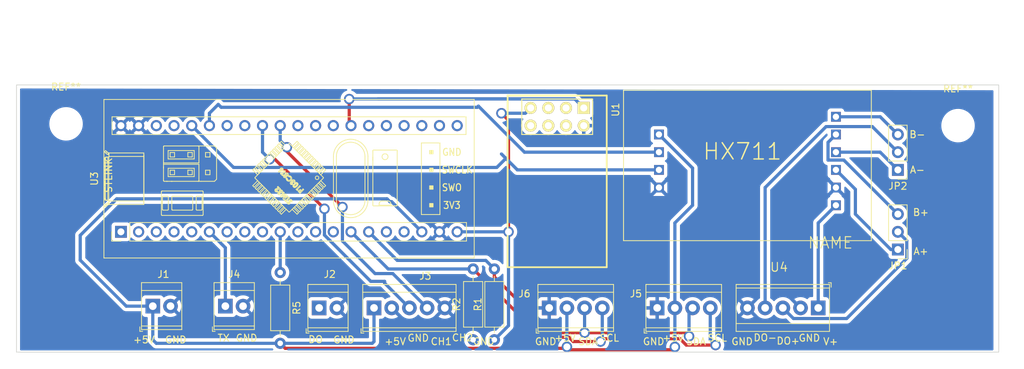
<source format=kicad_pcb>
(kicad_pcb (version 20221018) (generator pcbnew)
  (layers (0 "F.Cu" signal) (31 "B.Cu" signal) (34 "B.Paste" user) (35 "F.Paste" user) (36 "B.SilkS" user "B.Silkscreen") (37 "F.SilkS" user "F.Silkscreen") (38 "B.Mask" user) (39 "F.Mask" user) (44 "Edge.Cuts" user))
  (net 0 "")
  (net 1 "+5V")
  (net 2 "DO_LS")
  (net 3 "CH1_EC")
  (net 4 "CH2-_EC")
  (net 5 "SDA1")
  (net 6 "SCL1")
  (net 7 "V+_LC")
  (net 8 "DO+_LC")
  (net 9 "DO-_LC")
  (net 10 "A+")
  (net 11 "A-")
  (net 12 "USART1_TX")
  (net 26 "USART3_RX")
  (net 28 "USART3_TX")
  (net 30 "DO_Encoder")
  (net 43 "USART2_TX")
  (net 44 "USART2_RX")
  (net 45 "B-")
  (net 46 "B+")
  (net 47 "+3.3V")
  (net 48 "GND")
  (footprint "Connector_PinHeader_2.54mm:PinHeader_1x03_P2.54mm_Vertical" (layer "F.Cu") (at 195.58 91.44 180)
    (fp_text reference "JP1" (at 0 -2.33) (layer "F.SilkS"))
    (fp_text value "Jumper_Mode_1")
    (pad "1" thru_hole rect (at 0 0 180) (size 1.7 1.7) (drill 1) (layers "*.Cu" "*.Mask") (net 10 "A+"))
    (pad "2" thru_hole oval (at 0 2.54 180) (size 1.7 1.7) (drill 1) (layers "*.Cu" "*.Mask") (net 8 "DO+_LC"))
    (pad "3" thru_hole oval (at 0 5.08 180) (size 1.7 1.7) (drill 1) (layers "*.Cu" "*.Mask") (net 46 "B+"))
  )
  (footprint "ESP8266:ESP-01" (layer "F.Cu") (at 150.495 71.12 -90)
    (fp_text reference "U1" (at 0.254 -4.572 90) (layer "F.SilkS"))
    (fp_text value "ESP-01v090")
    (pad "1" thru_hole rect (at 0 0 270) (size 1.7272 1.7272) (drill 1.016) (layers "*.Cu" "*.Mask" "F.SilkS") (net 43 "USART2_TX"))
    (pad "2" thru_hole oval (at 2.54 0 270) (size 1.7272 1.7272) (drill 1.016) (layers "*.Cu" "*.Mask" "F.SilkS") (net 48 "GND"))
    (pad "3" thru_hole oval (at 0 2.54 270) (size 1.7272 1.7272) (drill 1.016) (layers "*.Cu" "*.Mask" "F.SilkS"))
    (pad "4" thru_hole oval (at 2.54 2.54 270) (size 1.7272 1.7272) (drill 1.016) (layers "*.Cu" "*.Mask" "F.SilkS"))
    (pad "5" thru_hole oval (at 0 5.08 270) (size 1.7272 1.7272) (drill 1.016) (layers "*.Cu" "*.Mask" "F.SilkS"))
    (pad "6" thru_hole oval (at 2.54 5.08 270) (size 1.7272 1.7272) (drill 1.016) (layers "*.Cu" "*.Mask" "F.SilkS"))
    (pad "7" thru_hole oval (at 0 7.62 270) (size 1.7272 1.7272) (drill 1.016) (layers "*.Cu" "*.Mask" "F.SilkS") (net 47 "+3.3V"))
    (pad "8" thru_hole oval (at 2.54 7.62 270) (size 1.7272 1.7272) (drill 1.016) (layers "*.Cu" "*.Mask" "F.SilkS") (net 44 "USART2_RX"))
  )
  (footprint "Footprints:YAAJ_BluePill_1" (layer "F.Cu") (at 84.074 88.9 90)
    (fp_text reference "U3" (at 7.62 -3.81 90) (layer "F.SilkS"))
    (fp_text value "YAAJ_BluePill_Part_Like" hide)
    (fp_text user "3V3" (at 3.81 47.498 unlocked) (layer "F.SilkS") (effects (font (size 1 0.9))))
    (fp_text user "GND" (at 11.43 47.498 unlocked) (layer "F.SilkS") (effects (font (size 1 0.9))))
    (fp_text user "SWO" (at 6.35 47.498 unlocked) (layer "F.SilkS") (effects (font (size 1 0.9))))
    (fp_text user "SWCLK" (at 8.89 48.26 unlocked) (layer "F.SilkS") (effects (font (size 1 0.9))))
    (pad "1" thru_hole rect (at 0 0 90) (size 1.7 1.7) (drill 1) (layers "*.Cu" "*.Mask"))
    (pad "2" thru_hole circle (at 0 2.54 90) (size 1.6 1.6) (drill 1) (layers "*.Cu" "*.Mask"))
    (pad "3" thru_hole circle (at 0 5.08 90) (size 1.6 1.6) (drill 1) (layers "*.Cu" "*.Mask"))
    (pad "4" thru_hole circle (at 0 7.62 90) (size 1.6 1.6) (drill 1) (layers "*.Cu" "*.Mask"))
    (pad "5" thru_hole circle (at 0 10.16 90) (size 1.6 1.6) (drill 1) (layers "*.Cu" "*.Mask"))
    (pad "6" thru_hole circle (at 0 12.7 90) (size 1.6 1.6) (drill 1) (layers "*.Cu" "*.Mask") (net 12 "USART1_TX"))
    (pad "7" thru_hole circle (at 0 15.24 90) (size 1.6 1.6) (drill 1) (layers "*.Cu" "*.Mask"))
    (pad "8" thru_hole circle (at 0 17.78 90) (size 1.6 1.6) (drill 1) (layers "*.Cu" "*.Mask"))
    (pad "9" thru_hole circle (at 0 20.32 90) (size 1.6 1.6) (drill 1) (layers "*.Cu" "*.Mask"))
    (pad "10" thru_hole circle (at 0 22.86 90) (size 1.6 1.6) (drill 1) (layers "*.Cu" "*.Mask") (net 2 "DO_LS"))
    (pad "11" thru_hole circle (at 0 25.4 90) (size 1.6 1.6) (drill 1) (layers "*.Cu" "*.Mask"))
    (pad "12" thru_hole circle (at 0 27.94 90) (size 1.6 1.6) (drill 1) (layers "*.Cu" "*.Mask"))
    (pad "13" thru_hole circle (at 0 30.48 90) (size 1.6 1.6) (drill 1) (layers "*.Cu" "*.Mask"))
    (pad "14" thru_hole circle (at 0 33.02 90) (size 1.6 1.6) (drill 1) (layers "*.Cu" "*.Mask") (net 6 "SCL1"))
    (pad "15" thru_hole circle (at 0 35.56 90) (size 1.6 1.6) (drill 1) (layers "*.Cu" "*.Mask") (net 5 "SDA1"))
    (pad "16" thru_hole circle (at 0 38.1 90) (size 1.6 1.6) (drill 1) (layers "*.Cu" "*.Mask"))
    (pad "17" thru_hole circle (at 0 40.64 90) (size 1.6 1.6) (drill 1) (layers "*.Cu" "*.Mask"))
    (pad "18" thru_hole circle (at 0 43.18 90) (size 1.6 1.6) (drill 1) (layers "*.Cu" "*.Mask") (net 1 "+5V"))
    (pad "19" thru_hole circle (at 0 45.72 90) (size 1.6 1.6) (drill 1) (layers "*.Cu" "*.Mask") (net 48 "GND"))
    (pad "20" thru_hole circle (at 0 48.26 90) (size 1.6 1.6) (drill 1) (layers "*.Cu" "*.Mask") (net 47 "+3.3V"))
    (pad "21" thru_hole circle (at 15.24 48.26 90) (size 1.6 1.6) (drill 1) (layers "*.Cu" "*.Mask"))
    (pad "22" thru_hole circle (at 15.24 45.72 90) (size 1.6 1.6) (drill 1) (layers "*.Cu" "*.Mask"))
    (pad "23" thru_hole circle (at 15.24 43.18 90) (size 1.6 1.6) (drill 1) (layers "*.Cu" "*.Mask"))
    (pad "24" thru_hole circle (at 15.24 40.64 90) (size 1.6 1.6) (drill 1) (layers "*.Cu" "*.Mask"))
    (pad "25" thru_hole circle (at 15.24 38.1 90) (size 1.6 1.6) (drill 1) (layers "*.Cu" "*.Mask"))
    (pad "26" thru_hole circle (at 15.24 35.56 90) (size 1.6 1.6) (drill 1) (layers "*.Cu" "*.Mask"))
    (pad "27" thru_hole circle (at 15.24 33.02 90) (size 1.6 1.6) (drill 1) (layers "*.Cu" "*.Mask") (net 43 "USART2_TX"))
    (pad "28" thru_hole circle (at 15.24 30.48 90) (size 1.6 1.6) (drill 1) (layers "*.Cu" "*.Mask") (net 44 "USART2_RX"))
    (pad "29" thru_hole circle (at 15.24 27.94 90) (size 1.6 1.6) (drill 1) (layers "*.Cu" "*.Mask"))
    (pad "30" thru_hole circle (at 15.24 25.4 90) (size 1.6 1.6) (drill 1) (layers "*.Cu" "*.Mask"))
    (pad "31" thru_hole circle (at 15.24 22.86 90) (size 1.6 1.6) (drill 1) (layers "*.Cu" "*.Mask") (net 3 "CH1_EC"))
    (pad "32" thru_hole circle (at 15.24 20.32 90) (size 1.6 1.6) (drill 1) (layers "*.Cu" "*.Mask") (net 4 "CH2-_EC"))
    (pad "33" thru_hole circle (at 15.24 17.78 90) (size 1.6 1.6) (drill 1) (layers "*.Cu" "*.Mask") (net 30 "DO_Encoder"))
    (pad "34" thru_hole circle (at 15.24 15.24 90) (size 1.6 1.6) (drill 1) (layers "*.Cu" "*.Mask"))
    (pad "35" thru_hole circle (at 15.24 12.7 90) (size 1.6 1.6) (drill 1) (layers "*.Cu" "*.Mask") (net 28 "USART3_TX"))
    (pad "36" thru_hole circle (at 15.24 10.16 90) (size 1.6 1.6) (drill 1) (layers "*.Cu" "*.Mask") (net 26 "USART3_RX"))
    (pad "37" thru_hole circle (at 15.24 7.62 90) (size 1.6 1.6) (drill 1) (layers "*.Cu" "*.Mask"))
    (pad "38" thru_hole circle (at 15.24 5.08 90) (size 1.6 1.6) (drill 1) (layers "*.Cu" "*.Mask") (net 47 "+3.3V"))
    (pad "39" thru_hole circle (at 15.24 2.54 90) (size 1.6 1.6) (drill 1) (layers "*.Cu" "*.Mask") (net 48 "GND"))
    (pad "40" thru_hole circle (at 15.24 0 90) (size 1.6 1.6) (drill 1) (layers "*.Cu" "*.Mask") (net 48 "GND"))
  )
  (footprint "Resistor_THT:R_Axial_DIN0207_L6.3mm_D2.5mm_P10.16mm_Horizontal" (layer "F.Cu") (at 134.62 104.394 90)
    (fp_text reference "R2" (at 5.08 -2.37 90) (layer "F.SilkS"))
    (fp_text value "4.7k")
    (pad "1" thru_hole circle (at 0 0 90) (size 1.6 1.6) (drill 0.8) (layers "*.Cu" "*.Mask") (net 47 "+3.3V"))
    (pad "2" thru_hole oval (at 10.16 0 90) (size 1.6 1.6) (drill 0.8) (layers "*.Cu" "*.Mask") (net 6 "SCL1"))
  )
  (footprint "TerminalBlock_TE-Connectivity:TerminalBlock_TE_282834-2_1x02_P2.54mm_Horizontal" (layer "F.Cu") (at 112.522 99.822)
    (fp_text reference "J2" (at 1.524 -4.826) (layer "F.SilkS"))
    (fp_text value "From Limit Switch (LS)")
    (pad "1" thru_hole rect (at 0 0) (size 2.1 2.1) (drill 1.1) (layers "*.Cu" "*.Mask") (net 2 "DO_LS"))
    (pad "2" thru_hole circle (at 2.54 0) (size 2.1 2.1) (drill 1.1) (layers "*.Cu" "*.Mask") (net 48 "GND"))
  )
  (footprint "Connector_PinHeader_2.54mm:PinHeader_1x03_P2.54mm_Vertical" (layer "F.Cu") (at 195.58 80.01 180)
    (fp_text reference "JP2" (at 0 -2.33) (layer "F.SilkS"))
    (fp_text value "Jumper_Mode_2")
    (pad "1" thru_hole rect (at 0 0 180) (size 1.7 1.7) (drill 1) (layers "*.Cu" "*.Mask") (net 11 "A-"))
    (pad "2" thru_hole oval (at 0 2.54 180) (size 1.7 1.7) (drill 1) (layers "*.Cu" "*.Mask") (net 9 "DO-_LC"))
    (pad "3" thru_hole oval (at 0 5.08 180) (size 1.7 1.7) (drill 1) (layers "*.Cu" "*.Mask") (net 45 "B-"))
  )
  (footprint "TerminalBlock_TE-Connectivity:TerminalBlock_TE_282834-4_1x04_P2.54mm_Horizontal" (layer "F.Cu") (at 161.036 99.822)
    (fp_text reference "J5" (at -3.048 -2.032) (layer "F.SilkS"))
    (fp_text value "Screen_Front")
    (pad "1" thru_hole rect (at 0 0) (size 2.1 2.1) (drill 1.1) (layers "*.Cu" "*.Mask") (net 48 "GND"))
    (pad "2" thru_hole circle (at 2.54 0) (size 2.1 2.1) (drill 1.1) (layers "*.Cu" "*.Mask") (net 1 "+5V"))
    (pad "3" thru_hole circle (at 5.08 0) (size 2.1 2.1) (drill 1.1) (layers "*.Cu" "*.Mask") (net 5 "SDA1"))
    (pad "4" thru_hole circle (at 7.62 0) (size 2.1 2.1) (drill 1.1) (layers "*.Cu" "*.Mask") (net 6 "SCL1"))
  )
  (footprint "TerminalBlock_TE-Connectivity:TerminalBlock_TE_282834-4_1x04_P2.54mm_Horizontal" (layer "F.Cu") (at 145.537 99.822)
    (fp_text reference "J6" (at -3.551 -2.032) (layer "F.SilkS"))
    (fp_text value "Screen_Back")
    (pad "1" thru_hole rect (at 0 0) (size 2.1 2.1) (drill 1.1) (layers "*.Cu" "*.Mask") (net 48 "GND"))
    (pad "2" thru_hole circle (at 2.54 0) (size 2.1 2.1) (drill 1.1) (layers "*.Cu" "*.Mask") (net 1 "+5V"))
    (pad "3" thru_hole circle (at 5.08 0) (size 2.1 2.1) (drill 1.1) (layers "*.Cu" "*.Mask") (net 5 "SDA1"))
    (pad "4" thru_hole circle (at 7.62 0) (size 2.1 2.1) (drill 1.1) (layers "*.Cu" "*.Mask") (net 6 "SCL1"))
  )
  (footprint "TerminalBlock_TE-Connectivity:TerminalBlock_TE_282834-2_1x02_P2.54mm_Horizontal" (layer "F.Cu") (at 88.646 99.568)
    (fp_text reference "J1" (at 1.524 -4.572) (layer "F.SilkS"))
    (fp_text value "From Power Source 5V")
    (pad "1" thru_hole rect (at 0 0) (size 2.1 2.1) (drill 1.1) (layers "*.Cu" "*.Mask") (net 1 "+5V"))
    (pad "2" thru_hole circle (at 2.54 0) (size 2.1 2.1) (drill 1.1) (layers "*.Cu" "*.Mask") (net 48 "GND"))
  )
  (footprint "HX711:HX711" (layer "F.Cu") (at 195.58 55.88 180)
    (fp_text reference "U4" (at 17.05175 -38.1) (layer "F.SilkS") (effects (font (size 1.27 1.27))))
    (fp_text value "~" hide)
    (fp_text user "NAME" (at 6.35 -35.56) (layer "F.SilkS") (effects (font (size 1.63576 1.63576) (thickness 0.14224)) (justify right bottom)))
    (fp_text user "HX711" (at 16.51 -22.86) (layer "F.SilkS") (effects (font (size 2.3368 2.3368) (thickness 0.2032)) (justify right bottom)))
    (pad "A+" thru_hole rect (at 8.89 -21.59 180) (size 1.408 1.408) (drill 0.9) (layers "*.Cu" "*.Mask") (net 11 "A-"))
    (pad "A-" thru_hole rect (at 8.89 -24.13 180) (size 1.408 1.408) (drill 0.9) (layers "*.Cu" "*.Mask") (net 10 "A+"))
    (pad "B+" thru_hole rect (at 8.89 -16.51 180) (size 1.408 1.408) (drill 0.9) (layers "*.Cu" "*.Mask") (net 45 "B-"))
    (pad "B-" thru_hole rect (at 8.89 -19.05 180) (size 1.408 1.408) (drill 0.9) (layers "*.Cu" "*.Mask") (net 46 "B+"))
    (pad "DT" thru_hole rect (at 34.29 -24.13 180) (size 1.408 1.408) (drill 0.9) (layers "*.Cu" "*.Mask") (net 26 "USART3_RX"))
    (pad "E+" thru_hole rect (at 8.89 -29.21 180) (size 1.408 1.408) (drill 0.9) (layers "*.Cu" "*.Mask") (net 7 "V+_LC"))
    (pad "E-" thru_hole rect (at 8.89 -26.67 180) (size 1.408 1.408) (drill 0.9) (layers "*.Cu" "*.Mask") (net 48 "GND"))
    (pad "GND" thru_hole rect (at 34.29 -26.67 180) (size 1.408 1.408) (drill 0.9) (layers "*.Cu" "*.Mask") (net 48 "GND"))
    (pad "SCK" thru_hole rect (at 34.29 -21.59 180) (size 1.408 1.408) (drill 0.9) (layers "*.Cu" "*.Mask") (net 28 "USART3_TX"))
    (pad "VCC" thru_hole rect (at 34.29 -19.05 180) (size 1.408 1.408) (drill 0.9) (layers "*.Cu" "*.Mask") (net 1 "+5V"))
  )
  (footprint "TerminalBlock_TE-Connectivity:TerminalBlock_TE_282834-5_1x05_P2.54mm_Horizontal" (layer "F.Cu") (at 120.396 99.822)
    (fp_text reference "J3" (at 7.366 -4.572) (layer "F.SilkS"))
    (fp_text value "From Encoder (EC)")
    (pad "1" thru_hole rect (at 0 0) (size 2.1 2.1) (drill 1.1) (layers "*.Cu" "*.Mask") (net 1 "+5V"))
    (pad "2" thru_hole circle (at 2.54 0) (size 2.1 2.1) (drill 1.1) (layers "*.Cu" "*.Mask") (net 48 "GND"))
    (pad "3" thru_hole circle (at 5.08 0) (size 2.1 2.1) (drill 1.1) (layers "*.Cu" "*.Mask") (net 4 "CH2-_EC"))
    (pad "4" thru_hole circle (at 7.62 0) (size 2.1 2.1) (drill 1.1) (layers "*.Cu" "*.Mask") (net 3 "CH1_EC"))
    (pad "5" thru_hole circle (at 10.16 0) (size 2.1 2.1) (drill 1.1) (layers "*.Cu" "*.Mask") (net 48 "GND"))
  )
  (footprint "MountingHole:MountingHole_4.3mm_M4" (layer "F.Cu") (at 204.216 73.66)
    (fp_text reference "REF**" (at 0 -5.3) (layer "F.SilkS"))
    (fp_text value "MountingHole_4.3mm_M4")
    (pad "" np_thru_hole circle (at 0 0) (size 4.3 4.3) (drill 4.3) (layers "F&B.Cu" "*.Mask"))
  )
  (footprint "Resistor_THT:R_Axial_DIN0207_L6.3mm_D2.5mm_P10.16mm_Horizontal" (layer "F.Cu") (at 137.668 104.394 90)
    (fp_text reference "R1" (at 5.08 -2.37 90) (layer "F.SilkS"))
    (fp_text value "4.7k")
    (pad "1" thru_hole circle (at 0 0 90) (size 1.6 1.6) (drill 0.8) (layers "*.Cu" "*.Mask") (net 47 "+3.3V"))
    (pad "2" thru_hole oval (at 10.16 0 90) (size 1.6 1.6) (drill 0.8) (layers "*.Cu" "*.Mask") (net 5 "SDA1"))
  )
  (footprint "MountingHole:MountingHole_4.3mm_M4" (layer "F.Cu") (at 76.2 73.406)
    (fp_text reference "REF**" (at 0 -5.3) (layer "F.SilkS"))
    (fp_text value "MountingHole_4.3mm_M4")
    (pad "" np_thru_hole circle (at 0 0) (size 4.3 4.3) (drill 4.3) (layers "F&B.Cu" "*.Mask"))
  )
  (footprint "TerminalBlock_TE-Connectivity:TerminalBlock_TE_282834-2_1x02_P2.54mm_Horizontal" (layer "F.Cu") (at 99.06 99.568)
    (fp_text reference "J4" (at 1.27 -4.572) (layer "F.SilkS"))
    (fp_text value "Debug output")
    (pad "1" thru_hole rect (at 0 0) (size 2.1 2.1) (drill 1.1) (layers "*.Cu" "*.Mask") (net 12 "USART1_TX"))
    (pad "2" thru_hole circle (at 2.54 0) (size 2.1 2.1) (drill 1.1) (layers "*.Cu" "*.Mask") (net 48 "GND"))
  )
  (footprint "TerminalBlock_TE-Connectivity:TerminalBlock_TE_282834-5_1x05_P2.54mm_Horizontal" (layer "F.Cu") (at 184.15 99.822 180)
    (fp_text reference "J7" hide)
    (fp_text value "From Load Cell (LC)")
    (pad "1" thru_hole rect (at 0 0 180) (size 2.1 2.1) (drill 1.1) (layers "*.Cu" "*.Mask") (net 7 "V+_LC"))
    (pad "2" thru_hole circle (at 2.54 0 180) (size 2.1 2.1) (drill 1.1) (layers "*.Cu" "*.Mask") (net 48 "GND"))
    (pad "3" thru_hole circle (at 5.08 0 180) (size 2.1 2.1) (drill 1.1) (layers "*.Cu" "*.Mask") (net 8 "DO+_LC"))
    (pad "4" thru_hole circle (at 7.62 0 180) (size 2.1 2.1) (drill 1.1) (layers "*.Cu" "*.Mask") (net 9 "DO-_LC"))
    (pad "5" thru_hole circle (at 10.16 0 180) (size 2.1 2.1) (drill 1.1) (layers "*.Cu" "*.Mask") (net 48 "GND"))
  )
  (footprint "Resistor_THT:R_Axial_DIN0207_L6.3mm_D2.5mm_P10.16mm_Horizontal" (layer "F.Cu") (at 106.934 94.742 -90)
    (fp_text reference "R5" (at 5.08 -2.37 90) (layer "F.SilkS"))
    (fp_text value "5,1k")
    (pad "1" thru_hole circle (at 0 0 270) (size 1.6 1.6) (drill 0.8) (layers "*.Cu" "*.Mask") (net 2 "DO_LS"))
    (pad "2" thru_hole oval (at 10.16 0 270) (size 1.6 1.6) (drill 0.8) (layers "*.Cu" "*.Mask") (net 1 "+5V"))
  )
  (gr_rect (start 69.088 67.818) (end 210.058 106.172) (stroke (width 0.1)) (fill none) (layer "Edge.Cuts"))
  (gr_text "SDA" (at 166.624 104.648) (layer "F.SilkS") (effects (font (size 1 1))))
  (gr_text "DO+\n\n\n" (at 179.832 106.172) (layer "F.SilkS") (effects (font (size 1 1))))
  (gr_text "SCL\n" (at 169.672 104.14) (layer "F.SilkS") (effects (font (size 1 1))))
  (gr_text "GND\n" (at 182.88 104.14) (layer "F.SilkS") (effects (font (size 1 1))))
  (gr_text "+5V\n" (at 87.376 104.394) (layer "F.SilkS") (effects (font (size 1 1))))
  (gr_text "DO\n\n" (at 112.014 105.156) (layer "F.SilkS") (effects (font (size 1 1))))
  (gr_text "GND\n" (at 126.746 104.14) (layer "F.SilkS") (effects (font (size 1 1))))
  (gr_text "GND\n" (at 173.228 104.648) (layer "F.SilkS") (effects (font (size 1 1))))
  (gr_text "+5V\n" (at 147.828 104.14) (layer "F.SilkS") (effects (font (size 1 1))))
  (gr_text "B+" (at 198.882 86.106) (layer "F.SilkS") (effects (font (size 1 1))))
  (gr_text "V+\n" (at 185.928 104.648) (layer "F.SilkS") (effects (font (size 1 1))))
  (gr_text "DO-\n\n" (at 176.53 104.902) (layer "F.SilkS") (effects (font (size 1 1))))
  (gr_text "A+" (at 198.882 91.694) (layer "F.SilkS") (effects (font (size 1 1))))
  (gr_text "CH2\n\n" (at 133.096 104.902) (layer "F.SilkS") (effects (font (size 1 1))))
  (gr_text "TX\n" (at 98.806 104.14) (layer "F.SilkS") (effects (font (size 1 1))))
  (gr_text "GND\n" (at 145.034 104.648) (layer "F.SilkS") (effects (font (size 1 1))))
  (gr_text "GND\n" (at 102.108 104.14) (layer "F.SilkS") (effects (font (size 1 1))))
  (gr_text "GND\n" (at 116.078 104.394) (layer "F.SilkS") (effects (font (size 1 1))))
  (gr_text "+5V\n" (at 163.322 104.14) (layer "F.SilkS") (effects (font (size 1 1))))
  (gr_text "SCL\n" (at 154.178 104.14) (layer "F.SilkS") (effects (font (size 1 1))))
  (gr_text "STLINK" (at 82.296 80.772 90) (layer "F.SilkS") (effects (font (size 1 1))))
  (gr_text "SDA" (at 151.13 104.648) (layer "F.SilkS") (effects (font (size 1 1))))
  (gr_text "GND\n" (at 136.144 104.648) (layer "F.SilkS") (effects (font (size 1 1))))
  (gr_text "+5V\n" (at 123.444 104.648) (layer "F.SilkS") (effects (font (size 1 1))))
  (gr_text "GND\n" (at 160.528 104.648) (layer "F.SilkS") (effects (font (size 1 1))))
  (gr_text "CH1\n" (at 130.048 104.648) (layer "F.SilkS") (effects (font (size 1 1))))
  (gr_text "GND\n" (at 91.948 104.394) (layer "F.SilkS") (effects (font (size 1 1))))
  (gr_text "B-\n" (at 198.374 74.93) (layer "F.SilkS") (effects (font (size 1 1))))
  (gr_text "A-\n" (at 198.374 80.01) (layer "F.SilkS") (effects (font (size 1 1))))
  (segment (start 163.1714 105.8266) (end 148.4986 105.8266) (width 0.4572) (layer "F.Cu") (net 1))
  (segment (start 148.4986 105.8266) (end 148.082 105.41) (width 0.4572) (layer "F.Cu") (net 1))
  (segment (start 107.6546 105.6226) (end 106.934 104.902) (width 0.4572) (layer "F.Cu") (net 1))
  (segment (start 147.8694 105.6226) (end 107.6546 105.6226) (width 0.4572) (layer "F.Cu") (net 1))
  (segment (start 148.082 105.41) (end 147.8694 105.6226) (width 0.4572) (layer "F.Cu") (net 1))
  (segment (start 163.576 105.422) (end 163.1714 105.8266) (width 0.4572) (layer "F.Cu") (net 1))
  (via (at 163.576 105.422) (size 1.5) (drill 1) (layers "F.Cu" "B.Cu") (net 1))
  (via (at 148.082 105.41) (size 1.5) (drill 1) (layers "F.Cu" "B.Cu") (net 1))
  (segment (start 163.576 105.156) (end 163.576 105.422) (width 0.4572) (layer "B.Cu") (net 1))
  (segment (start 106.934 104.902) (end 120.142 104.902) (width 0.4572) (layer "B.Cu") (net 1))
  (segment (start 166.116 85.09) (end 166.116 79.756) (width 0.4572) (layer "B.Cu") (net 1))
  (segment (start 148.077 99.822) (end 148.077 105.405) (width 0.4572) (layer "B.Cu") (net 1))
  (segment (start 120.142 104.902) (end 120.396 104.648) (width 0.4572) (layer "B.Cu") (net 1))
  (segment (start 78.232 89.408) (end 83.4746 84.1654) (width 0.4572) (layer "B.Cu") (net 1))
  (segment (start 88.646 104.394) (end 88.646 99.568) (width 0.4572) (layer "B.Cu") (net 1))
  (segment (start 163.576 87.63) (end 166.116 85.09) (width 0.4572) (layer "B.Cu") (net 1))
  (segment (start 83.4746 84.1654) (end 122.2654 84.1654) (width 0.4572) (layer "B.Cu") (net 1))
  (segment (start 166.116 79.756) (end 161.29 74.93) (width 0.4572) (layer "B.Cu") (net 1))
  (segment (start 84.836 99.568) (end 78.232 92.964) (width 0.4572) (layer "B.Cu") (net 1))
  (segment (start 122.682 84.582) (end 122.936 84.582) (width 0.4572) (layer "B.Cu") (net 1))
  (segment (start 78.232 92.964) (end 78.232 89.408) (width 0.4572) (layer "B.Cu") (net 1))
  (segment (start 120.396 104.648) (end 120.396 99.822) (width 0.4572) (layer "B.Cu") (net 1))
  (segment (start 122.2654 84.1654) (end 122.682 84.582) (width 0.4572) (layer "B.Cu") (net 1))
  (segment (start 89.154 104.902) (end 88.646 104.394) (width 0.4572) (layer "B.Cu") (net 1))
  (segment (start 163.576 99.822) (end 163.576 105.156) (width 0.4572) (layer "B.Cu") (net 1))
  (segment (start 106.934 104.902) (end 89.154 104.902) (width 0.4572) (layer "B.Cu") (net 1))
  (segment (start 122.936 84.582) (end 127.254 88.9) (width 0.4572) (layer "B.Cu") (net 1))
  (segment (start 88.646 99.568) (end 84.836 99.568) (width 0.4572) (layer "B.Cu") (net 1))
  (segment (start 148.077 105.405) (end 148.082 105.41) (width 0.4572) (layer "B.Cu") (net 1))
  (segment (start 163.576 99.822) (end 163.576 87.63) (width 0.4572) (layer "B.Cu") (net 1))
  (segment (start 106.934 94.742) (end 106.934 88.9) (width 0.4572) (layer "B.Cu") (net 2))
  (segment (start 107.894043 77.372643) (end 115.8654 85.344) (width 0.4572) (layer "F.Cu") (net 3))
  (segment (start 107.894043 76.763957) (end 107.894043 77.372643) (width 0.4572) (layer "F.Cu") (net 3))
  (via (at 115.8654 85.344) (size 1.5) (drill 1) (layers "F.Cu" "B.Cu") (net 3))
  (via (at 107.894043 76.763957) (size 1.5) (drill 1) (layers "F.Cu" "B.Cu") (net 3))
  (segment (start 106.934 73.66) (end 106.934 75.803914) (width 0.4572) (layer "B.Cu") (net 3))
  (segment (start 120.5452 94.8912) (end 115.8654 90.2114) (width 0.4572) (layer "B.Cu") (net 3))
  (segment (start 106.934 75.803914) (end 107.894043 76.763957) (width 0.4572) (layer "B.Cu") (net 3))
  (segment (start 115.8654 85.344) (end 115.8654 90.2114) (width 0.4572) (layer "B.Cu") (net 3))
  (segment (start 123.0852 94.8912) (end 120.5452 94.8912) (width 0.4572) (layer "B.Cu") (net 3))
  (segment (start 128.016 99.822) (end 123.0852 94.8912) (width 0.4572) (layer "B.Cu") (net 3))
  (segment (start 106.172 78.486) (end 113.284 85.598) (width 0.4572) (layer "F.Cu") (net 4))
  (segment (start 105.41 78.486) (end 106.172 78.486) (width 0.4572) (layer "F.Cu") (net 4))
  (via (at 113.284 85.598) (size 1.5) (drill 1) (layers "F.Cu" "B.Cu") (net 4))
  (via (at 105.41 78.486) (size 1.5) (drill 1) (layers "F.Cu" "B.Cu") (net 4))
  (segment (start 121.92 96.266) (end 121.92 96.012) (width 0.4572) (layer "B.Cu") (net 4))
  (segment (start 104.394 73.66) (end 104.394 77.47) (width 0.4572) (layer "B.Cu") (net 4))
  (segment (start 121.92 96.012) (end 119.928497 96.012) (width 0.4572) (layer "B.Cu") (net 4))
  (segment (start 104.394 74.93) (end 104.394 73.66) (width 0.4572) (layer "B.Cu") (net 4))
  (segment (start 119.928497 96.012) (end 113.284 89.367503) (width 0.4572) (layer "B.Cu") (net 4))
  (segment (start 104.394 77.47) (end 105.41 78.486) (width 0.4572) (layer "B.Cu") (net 4))
  (segment (start 113.284 89.367503) (end 113.284 85.598) (width 0.4572) (layer "B.Cu") (net 4))
  (segment (start 125.476 99.822) (end 121.92 96.266) (width 0.4572) (layer "B.Cu") (net 4))
  (segment (start 137.668 95.36537) (end 137.668 94.234) (width 0.4572) (layer "F.Cu") (net 5))
  (segment (start 165.1 103.378) (end 165.608 103.886) (width 0.4572) (layer "F.Cu") (net 5))
  (segment (start 150.622 103.378) (end 165.1 103.378) (width 0.4572) (layer "F.Cu") (net 5))
  (segment (start 145.68063 103.378) (end 137.668 95.36537) (width 0.4572) (layer "F.Cu") (net 5))
  (segment (start 150.622 103.378) (end 145.68063 103.378) (width 0.4572) (layer "F.Cu") (net 5))
  (via (at 150.622 103.378) (size 1.5) (drill 1) (layers "F.Cu" "B.Cu") (net 5))
  (via (at 165.608 103.886) (size 1.5) (drill 1) (layers "F.Cu" "B.Cu") (net 5))
  (segment (start 123.7394 93.0054) (end 136.4394 93.0054) (width 0.4572) (layer "B.Cu") (net 5))
  (segment (start 165.608 103.886) (end 165.608 100.33) (width 0.4572) (layer "B.Cu") (net 5))
  (segment (start 165.608 100.33) (end 166.116 99.822) (width 0.4572) (layer "B.Cu") (net 5))
  (segment (start 119.634 88.9) (end 123.7394 93.0054) (width 0.4572) (layer "B.Cu") (net 5))
  (segment (start 150.617 99.822) (end 150.622 99.817) (width 0.4572) (layer "B.Cu") (net 5))
  (segment (start 150.617 103.373) (end 150.622 103.378) (width 0.4572) (layer "B.Cu") (net 5))
  (segment (start 150.617 99.822) (end 150.617 103.373) (width 0.4572) (layer "B.Cu") (net 5))
  (segment (start 136.4394 93.0054) (end 137.668 94.234) (width 0.4572) (layer "B.Cu") (net 5))
  (segment (start 164.298607 104.2434) (end 165.211207 105.156) (width 0.4572) (layer "F.Cu") (net 6))
  (segment (start 152.908 104.648) (end 148.986793 104.648) (width 0.4572) (layer "F.Cu") (net 6))
  (segment (start 152.908 104.648) (end 153.3126 104.2434) (width 0.4572) (layer "F.Cu") (net 6))
  (segment (start 144.4212 104.0352) (end 134.62 94.234) (width 0.4572) (layer "F.Cu") (net 6))
  (segment (start 148.986793 104.648) (end 148.373993 104.0352) (width 0.4572) (layer "F.Cu") (net 6))
  (segment (start 165.211207 105.156) (end 169.418 105.156) (width 0.4572) (layer "F.Cu") (net 6))
  (segment (start 148.373993 104.0352) (end 144.4212 104.0352) (width 0.4572) (layer "F.Cu") (net 6))
  (segment (start 153.3126 104.2434) (end 164.298607 104.2434) (width 0.4572) (layer "F.Cu") (net 6))
  (via (at 169.418 105.156) (size 1.5) (drill 1) (layers "F.Cu" "B.Cu") (net 6))
  (via (at 152.908 104.648) (size 1.5) (drill 1) (layers "F.Cu" "B.Cu") (net 6))
  (segment (start 153.157 104.399) (end 152.908 104.648) (width 0.4572) (layer "B.Cu") (net 6))
  (segment (start 153.157 99.822) (end 153.157 104.399) (width 0.4572) (layer "B.Cu") (net 6))
  (segment (start 117.094 88.9) (end 122.428 94.234) (width 0.4572) (layer "B.Cu") (net 6))
  (segment (start 169.418 105.156) (end 168.656 104.394) (width 0.4572) (layer "B.Cu") (net 6))
  (segment (start 168.656 104.394) (end 168.656 99.822) (width 0.4572) (layer "B.Cu") (net 6))
  (segment (start 122.428 94.234) (end 134.62 94.234) (width 0.4572) (layer "B.Cu") (net 6))
  (segment (start 184.15 99.822) (end 184.15 87.63) (width 0.4572) (layer "B.Cu") (net 7))
  (segment (start 184.15 87.63) (end 186.69 85.09) (width 0.4572) (layer "B.Cu") (net 7))
  (segment (start 196.8586 92.7186) (end 188.2312 101.346) (width 0.4572) (layer "B.Cu") (net 8))
  (segment (start 196.8586 90.1786) (end 196.8586 92.7186) (width 0.4572) (layer "B.Cu") (net 8))
  (segment (start 188.2312 101.346) (end 180.594 101.346) (width 0.4572) (layer "B.Cu") (net 8))
  (segment (start 195.58 88.9) (end 196.8586 90.1786) (width 0.4572) (layer "B.Cu") (net 8))
  (segment (start 180.594 101.346) (end 179.07 99.822) (width 0.4572) (layer "B.Cu") (net 8))
  (segment (start 185.2826 73.7974) (end 191.9074 73.7974) (width 0.4572) (layer "B.Cu") (net 9))
  (segment (start 191.9074 73.7974) (end 195.58 77.47) (width 0.4572) (layer "B.Cu") (net 9))
  (segment (start 176.53 82.55) (end 185.2826 73.7974) (width 0.4572) (layer "B.Cu") (net 9))
  (segment (start 176.53 99.822) (end 176.53 82.55) (width 0.4572) (layer "B.Cu") (net 9))
  (segment (start 186.69 80.01) (end 189.484 82.804) (width 0.4572) (layer "B.Cu") (net 10))
  (segment (start 194.564 91.44) (end 195.58 91.44) (width 0.4572) (layer "B.Cu") (net 10))
  (segment (start 189.484 82.804) (end 189.484 86.36) (width 0.4572) (layer "B.Cu") (net 10))
  (segment (start 189.484 86.36) (end 194.564 91.44) (width 0.4572) (layer "B.Cu") (net 10))
  (segment (start 186.69 77.47) (end 193.04 77.47) (width 0.4572) (layer "B.Cu") (net 11))
  (segment (start 193.04 77.47) (end 195.58 80.01) (width 0.4572) (layer "B.Cu") (net 11))
  (segment (start 99.06 99.568) (end 99.06 91.186) (width 0.4572) (layer "B.Cu") (net 12))
  (segment (start 99.06 91.186) (end 96.774 88.9) (width 0.4572) (layer "B.Cu") (net 12))
  (segment (start 140.97 80.01) (end 139.319 78.359) (width 0.4572) (layer "B.Cu") (net 26))
  (segment (start 139.319 78.359) (end 138.684 77.724) (width 0.4572) (layer "B.Cu") (net 26))
  (segment (start 161.29 80.01) (end 140.97 80.01) (width 0.4572) (layer "B.Cu") (net 26))
  (segment (start 138.0134 79.6646) (end 100.2386 79.6646) (width 0.4572) (layer "B.Cu") (net 26))
  (segment (start 100.2386 79.6646) (end 94.234 73.66) (width 0.4572) (layer "B.Cu") (net 26))
  (segment (start 139.319 78.359) (end 138.0134 79.6646) (width 0.4572) (layer "B.Cu") (net 26))
  (segment (start 98.4606 71.0286) (end 98.044 70.612) (width 0.4572) (layer "B.Cu") (net 28))
  (segment (start 98.044 70.612) (end 96.774 71.882) (width 0.4572) (layer "B.Cu") (net 28))
  (segment (start 161.29 77.47) (end 141.986 77.47) (width 0.4572) (layer "B.Cu") (net 28))
  (segment (start 96.774 71.882) (end 96.774 73.66) (width 0.4572) (layer "B.Cu") (net 28))
  (segment (start 141.986 77.47) (end 135.382 70.866) (width 0.4572) (layer "B.Cu") (net 28))
  (segment (start 135.2194 71.0286) (end 98.4606 71.0286) (width 0.4572) (layer "B.Cu") (net 28))
  (segment (start 135.382 70.866) (end 135.2194 71.0286) (width 0.4572) (layer "B.Cu") (net 28))
  (segment (start 116.84 73.406) (end 117.094 73.66) (width 0.4572) (layer "F.Cu") (net 43))
  (segment (start 116.84 69.85) (end 116.84 73.406) (width 0.4572) (layer "F.Cu") (net 43))
  (via (at 116.84 69.85) (size 1.5) (drill 1) (layers "F.Cu" "B.Cu") (net 43))
  (segment (start 149.2028 69.8278) (end 116.8622 69.8278) (width 0.4572) (layer "B.Cu") (net 43))
  (segment (start 149.2028 69.8278) (end 120.9262 69.8278) (width 0.4572) (layer "B.Cu") (net 43))
  (segment (start 116.8622 69.8278) (end 116.84 69.85) (width 0.4572) (layer "B.Cu") (net 43))
  (segment (start 150.495 71.12) (end 149.2028 69.8278) (width 0.4572) (layer "B.Cu") (net 43))
  (segment (start 186.69 72.39) (end 193.04 72.39) (width 0.4572) (layer "B.Cu") (net 45))
  (segment (start 193.04 72.39) (end 195.58 74.93) (width 0.4572) (layer "B.Cu") (net 45))
  (segment (start 185.5574 76.0626) (end 185.5574 78.6026) (width 0.4572) (layer "B.Cu") (net 46))
  (segment (start 187.8226 78.6026) (end 195.58 86.36) (width 0.4572) (layer "B.Cu") (net 46))
  (segment (start 185.5574 78.6026) (end 187.8226 78.6026) (width 0.4572) (layer "B.Cu") (net 46))
  (segment (start 186.69 74.93) (end 185.5574 76.0626) (width 0.4572) (layer "B.Cu") (net 46))
  (segment (start 139.7 72.898) (end 138.684 71.882) (width 0.4572) (layer "F.Cu") (net 47))
  (segment (start 139.7 88.9) (end 139.7 72.898) (width 0.4572) (layer "F.Cu") (net 47))
  (via (at 139.7 88.9) (size 1.5) (drill 1) (layers "F.Cu" "B.Cu") (net 47))
  (via (at 138.684 71.882) (size 1.5) (drill 1) (layers "F.Cu" "B.Cu") (net 47))
  (segment (start 132.334 88.9) (end 139.7 88.9) (width 0.4572) (layer "B.Cu") (net 47))
  (segment (start 139.7 88.9) (end 139.7 102.362) (width 0.4572) (layer "B.Cu") (net 47))
  (segment (start 138.684 71.882) (end 142.113 71.882) (width 0.4572) (layer "B.Cu") (net 47))
  (segment (start 142.113 71.882) (end 142.875 71.12) (width 0.4572) (layer "B.Cu") (net 47))
  (segment (start 139.7 102.362) (end 137.668 104.394) (width 0.4572) (layer "B.Cu") (net 47))
  (zone (net 48) (net_name "GND") (layer "B.Cu") (connect_pads (clearance 0.5)) (min_thickness 0.25) (fill yes (thermal_gap 0.5) (thermal_bridge_width 0.5))
    (polygon (pts (xy 69.596 68.326) (xy 69.596 105.918) (xy 209.296 105.918) (xy 209.296 68.58)))
  )
)
</source>
